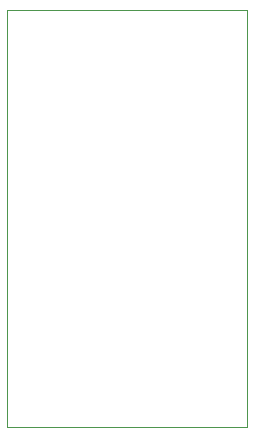
<source format=gbr>
G04 #@! TF.GenerationSoftware,KiCad,Pcbnew,(5.1.4)-1*
G04 #@! TF.CreationDate,2022-11-30T15:04:30+00:00*
G04 #@! TF.ProjectId,PIR_Board,5049525f-426f-4617-9264-2e6b69636164,rev?*
G04 #@! TF.SameCoordinates,Original*
G04 #@! TF.FileFunction,Profile,NP*
%FSLAX46Y46*%
G04 Gerber Fmt 4.6, Leading zero omitted, Abs format (unit mm)*
G04 Created by KiCad (PCBNEW (5.1.4)-1) date 2022-11-30 15:04:30*
%MOMM*%
%LPD*%
G04 APERTURE LIST*
%ADD10C,0.100000*%
G04 APERTURE END LIST*
D10*
X62245000Y-89880000D02*
X82565000Y-89871500D01*
X82565000Y-54610000D02*
X82565000Y-89871500D01*
X62245000Y-54610000D02*
X62245000Y-89880000D01*
X62245000Y-54610000D02*
X82565000Y-54610000D01*
M02*

</source>
